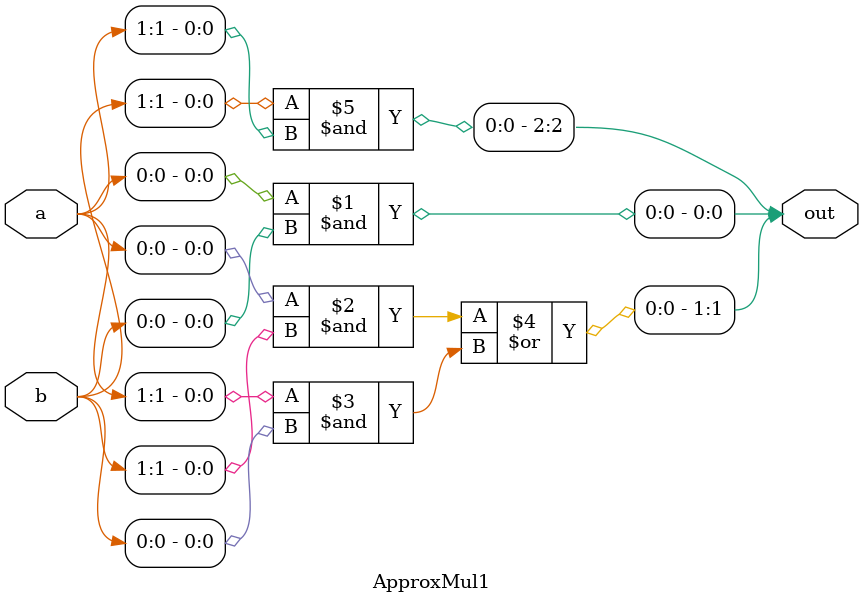
<source format=v>
/* Approximated Multiplicator Module 
ApproxMul1 -  see Paper, read adder from left to right
*/

module ApproxMul1 (
    input [1:0] a,
    input [1:0] b,    //input a,b and carry in
    output [2:0] out         //output carry out and sum
 
);

assign out[0] = a[0]&b[0];
assign out[1] = (a[0]&b[1])|(a[1]&b[0]);
assign out[2] = b[1]&a[1];

endmodule
</source>
